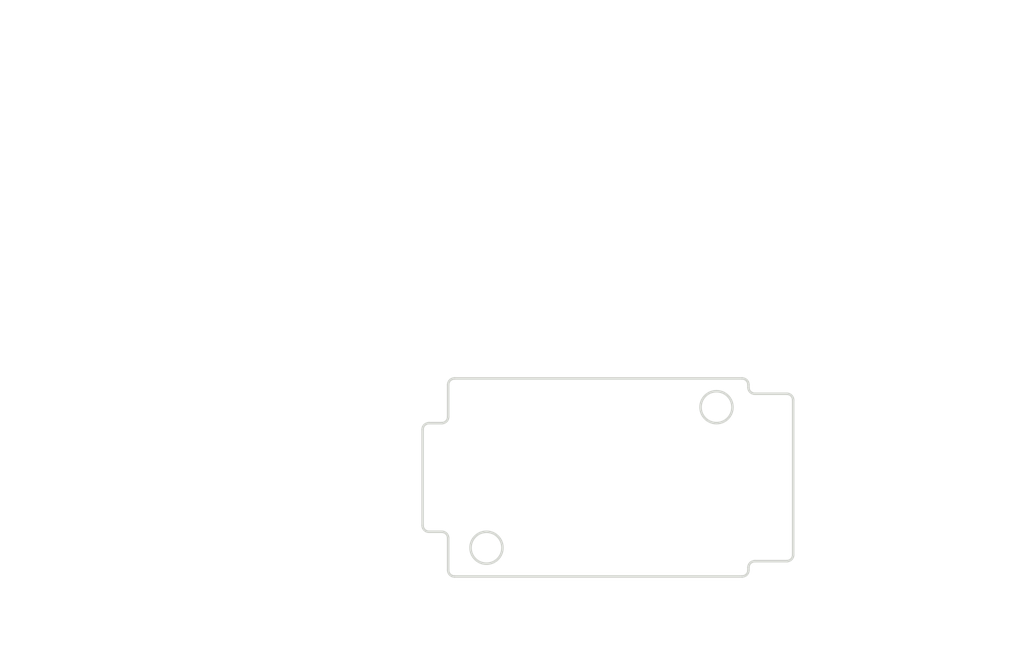
<source format=kicad_pcb>
(kicad_pcb (version 20171130) (host pcbnew "(5.1.0)-1")

  (general
    (thickness 1.6)
    (drawings 88)
    (tracks 0)
    (zones 0)
    (modules 0)
    (nets 1)
  )

  (page A4)
  (layers
    (0 F.Cu signal)
    (31 B.Cu signal)
    (32 B.Adhes user)
    (33 F.Adhes user)
    (34 B.Paste user)
    (35 F.Paste user)
    (36 B.SilkS user)
    (37 F.SilkS user)
    (38 B.Mask user)
    (39 F.Mask user)
    (40 Dwgs.User user)
    (41 Cmts.User user)
    (42 Eco1.User user)
    (43 Eco2.User user)
    (44 Edge.Cuts user)
    (45 Margin user)
    (46 B.CrtYd user)
    (47 F.CrtYd user)
    (48 B.Fab user)
    (49 F.Fab user)
  )

  (setup
    (last_trace_width 0.25)
    (trace_clearance 0.2)
    (zone_clearance 0.508)
    (zone_45_only no)
    (trace_min 0.2)
    (via_size 0.8)
    (via_drill 0.4)
    (via_min_size 0.4)
    (via_min_drill 0.3)
    (uvia_size 0.3)
    (uvia_drill 0.1)
    (uvias_allowed no)
    (uvia_min_size 0.2)
    (uvia_min_drill 0.1)
    (edge_width 0.05)
    (segment_width 0.2)
    (pcb_text_width 0.3)
    (pcb_text_size 1.5 1.5)
    (mod_edge_width 0.12)
    (mod_text_size 1 1)
    (mod_text_width 0.15)
    (pad_size 1.524 1.524)
    (pad_drill 0.762)
    (pad_to_mask_clearance 0.051)
    (solder_mask_min_width 0.25)
    (aux_axis_origin 0 0)
    (visible_elements FFFFFF7F)
    (pcbplotparams
      (layerselection 0x010fc_ffffffff)
      (usegerberextensions false)
      (usegerberattributes false)
      (usegerberadvancedattributes false)
      (creategerberjobfile false)
      (excludeedgelayer true)
      (linewidth 0.152400)
      (plotframeref false)
      (viasonmask false)
      (mode 1)
      (useauxorigin false)
      (hpglpennumber 1)
      (hpglpenspeed 20)
      (hpglpendiameter 15.000000)
      (psnegative false)
      (psa4output false)
      (plotreference true)
      (plotvalue true)
      (plotinvisibletext false)
      (padsonsilk false)
      (subtractmaskfromsilk false)
      (outputformat 1)
      (mirror false)
      (drillshape 1)
      (scaleselection 1)
      (outputdirectory ""))
  )

  (net 0 "")

  (net_class Default "This is the default net class."
    (clearance 0.2)
    (trace_width 0.25)
    (via_dia 0.8)
    (via_drill 0.4)
    (uvia_dia 0.3)
    (uvia_drill 0.1)
  )

  (gr_circle (center 138.942012 103.836606) (end 140.192012 103.836606) (layer Edge.Cuts) (width 0.2))
  (gr_circle (center 156.942012 92.836606) (end 158.192012 92.836606) (layer Edge.Cuts) (width 0.2))
  (gr_line (start 159.442012 91.286606) (end 159.442012 91.086606) (layer Edge.Cuts) (width 0.2))
  (gr_line (start 162.442012 91.786606) (end 159.942012 91.786606) (layer Edge.Cuts) (width 0.2))
  (gr_line (start 159.942012 104.886606) (end 162.442012 104.886606) (layer Edge.Cuts) (width 0.2))
  (gr_line (start 159.442012 105.586606) (end 159.442012 105.386606) (layer Edge.Cuts) (width 0.2))
  (gr_line (start 135.942012 103.086606) (end 135.942012 105.586606) (layer Edge.Cuts) (width 0.2))
  (gr_line (start 134.442012 102.586606) (end 135.442012 102.586606) (layer Edge.Cuts) (width 0.2))
  (gr_line (start 135.442012 94.086606) (end 134.442012 94.086606) (layer Edge.Cuts) (width 0.2))
  (gr_line (start 135.942012 91.086606) (end 135.942012 93.586606) (layer Edge.Cuts) (width 0.2))
  (gr_line (start 162.942012 104.386606) (end 162.942012 92.286606) (layer Edge.Cuts) (width 0.2))
  (gr_line (start 136.442012 106.086606) (end 158.942012 106.086606) (layer Edge.Cuts) (width 0.2))
  (gr_line (start 133.942012 94.586606) (end 133.942012 102.086606) (layer Edge.Cuts) (width 0.2))
  (gr_line (start 158.942012 90.586606) (end 136.442012 90.586606) (layer Edge.Cuts) (width 0.2))
  (gr_arc (start 158.942012 91.086606) (end 159.442012 91.086606) (angle -90) (layer Edge.Cuts) (width 0.2))
  (gr_arc (start 159.942012 91.286606) (end 159.442012 91.286606) (angle -90) (layer Edge.Cuts) (width 0.2))
  (gr_arc (start 162.442012 92.286606) (end 162.942012 92.286606) (angle -90) (layer Edge.Cuts) (width 0.2))
  (gr_arc (start 162.442012 104.386606) (end 162.442012 104.886606) (angle -90) (layer Edge.Cuts) (width 0.2))
  (gr_arc (start 159.942012 105.386606) (end 159.942012 104.886606) (angle -90) (layer Edge.Cuts) (width 0.2))
  (gr_arc (start 158.942012 105.586606) (end 158.942012 106.086606) (angle -90) (layer Edge.Cuts) (width 0.2))
  (gr_arc (start 136.442012 105.586606) (end 135.942012 105.586606) (angle -90) (layer Edge.Cuts) (width 0.2))
  (gr_arc (start 135.442012 103.086606) (end 135.942012 103.086606) (angle -90) (layer Edge.Cuts) (width 0.2))
  (gr_arc (start 134.442012 102.086606) (end 133.942012 102.086606) (angle -90) (layer Edge.Cuts) (width 0.2))
  (gr_arc (start 134.442012 94.586606) (end 134.442012 94.086606) (angle -90) (layer Edge.Cuts) (width 0.2))
  (gr_arc (start 135.442012 93.586606) (end 135.442012 94.086606) (angle -90) (layer Edge.Cuts) (width 0.2))
  (gr_arc (start 136.442012 91.086606) (end 136.442012 90.586606) (angle -90) (layer Edge.Cuts) (width 0.2))
  (gr_text [.20] (at 146.326221 87.098236) (layer Dwgs.User)
    (effects (font (size 1.7 1.53) (thickness 0.2125)))
  )
  (gr_text " 5.00" (at 146.326221 83.540801) (layer Dwgs.User)
    (effects (font (size 1.7 1.53) (thickness 0.2125)))
  )
  (gr_line (start 140.942012 85.208775) (end 142.942012 85.208775) (layer Dwgs.User) (width 0.2))
  (gr_line (start 131.942012 85.208775) (end 129.942012 85.208775) (layer Dwgs.User) (width 0.2))
  (gr_line (start 138.942012 102.836606) (end 138.942012 82.033775) (layer Dwgs.User) (width 0.2))
  (gr_line (start 133.942012 93.586606) (end 133.942012 82.033775) (layer Dwgs.User) (width 0.2))
  (gr_line (start 138.942012 103.926606) (end 138.942012 103.746606) (layer Dwgs.User) (width 0.2))
  (gr_line (start 138.852012 103.836606) (end 139.032012 103.836606) (layer Dwgs.User) (width 0.2))
  (gr_text " ∅2.50\n[∅0.10]" (at 150.547235 110.366097) (layer Dwgs.User)
    (effects (font (size 1.7 1.53) (thickness 0.2125)))
  )
  (gr_line (start 144.010366 110.366097) (end 140.934834 106.403932) (layer Dwgs.User) (width 0.2))
  (gr_line (start 146.010366 110.366097) (end 144.010366 110.366097) (layer Dwgs.User) (width 0.2))
  (gr_text [.09] (at 124.06353 86.193399) (layer Dwgs.User)
    (effects (font (size 1.7 1.53) (thickness 0.2125)))
  )
  (gr_text " 2.25" (at 124.06353 82.635963) (layer Dwgs.User)
    (effects (font (size 1.7 1.53) (thickness 0.2125)))
  )
  (gr_line (start 118.670044 84.303938) (end 120.670044 84.303938) (layer Dwgs.User) (width 0.2))
  (gr_line (start 118.670044 88.586606) (end 118.670044 84.303938) (layer Dwgs.User) (width 0.2))
  (gr_line (start 118.670044 94.836606) (end 118.670044 96.836606) (layer Dwgs.User) (width 0.2))
  (gr_line (start 155.942012 92.836606) (end 115.495044 92.836606) (layer Dwgs.User) (width 0.2))
  (gr_line (start 135.442012 90.586606) (end 115.495044 90.586606) (layer Dwgs.User) (width 0.2))
  (gr_text [.43] (at 110.189352 88.753735) (layer Dwgs.User)
    (effects (font (size 1.7 1.53) (thickness 0.2125)))
  )
  (gr_text " 11.00" (at 110.189352 85.1963) (layer Dwgs.User)
    (effects (font (size 1.7 1.53) (thickness 0.2125)))
  )
  (gr_line (start 104.14474 86.864274) (end 106.14474 86.864274) (layer Dwgs.User) (width 0.2))
  (gr_line (start 104.14474 92.836606) (end 104.14474 86.864274) (layer Dwgs.User) (width 0.2))
  (gr_line (start 104.14474 101.836606) (end 104.14474 94.836606) (layer Dwgs.User) (width 0.2))
  (gr_line (start 137.942012 103.836606) (end 100.96974 103.836606) (layer Dwgs.User) (width 0.2))
  (gr_line (start 155.942012 92.836606) (end 100.96974 92.836606) (layer Dwgs.User) (width 0.2))
  (gr_text [.71] (at 147.942012 78.049859) (layer Dwgs.User)
    (effects (font (size 1.7 1.53) (thickness 0.2125)))
  )
  (gr_text " 18.00" (at 147.942012 74.492424) (layer Dwgs.User)
    (effects (font (size 1.7 1.53) (thickness 0.2125)))
  )
  (gr_line (start 140.942012 76.160398) (end 143.897401 76.160398) (layer Dwgs.User) (width 0.2))
  (gr_line (start 154.942012 76.160398) (end 151.986623 76.160398) (layer Dwgs.User) (width 0.2))
  (gr_line (start 138.942012 102.836606) (end 138.942012 72.985398) (layer Dwgs.User) (width 0.2))
  (gr_line (start 156.942012 91.836606) (end 156.942012 72.985398) (layer Dwgs.User) (width 0.2))
  (gr_text [.33] (at 116.900231 90.003735) (layer Dwgs.User)
    (effects (font (size 1.7 1.53) (thickness 0.2125)))
  )
  (gr_text " 8.50" (at 116.900231 86.4463) (layer Dwgs.User)
    (effects (font (size 1.7 1.53) (thickness 0.2125)))
  )
  (gr_line (start 111.516023 88.114274) (end 113.516023 88.114274) (layer Dwgs.User) (width 0.2))
  (gr_line (start 111.516023 94.086606) (end 111.516023 88.114274) (layer Dwgs.User) (width 0.2))
  (gr_line (start 111.516023 100.586606) (end 111.516023 96.086606) (layer Dwgs.User) (width 0.2))
  (gr_line (start 133.442012 102.586606) (end 108.341023 102.586606) (layer Dwgs.User) (width 0.2))
  (gr_line (start 133.442012 94.086606) (end 108.341023 94.086606) (layer Dwgs.User) (width 0.2))
  (gr_text [.52] (at 168.675769 100.226067) (layer Dwgs.User)
    (effects (font (size 1.7 1.53) (thickness 0.2125)))
  )
  (gr_text " 13.10" (at 168.675769 96.668052) (layer Dwgs.User)
    (effects (font (size 1.7 1.53) (thickness 0.2125)))
  )
  (gr_line (start 168.675769 102.886606) (end 168.675769 101.894621) (layer Dwgs.User) (width 0.2))
  (gr_line (start 168.675769 93.786606) (end 168.675769 94.778591) (layer Dwgs.User) (width 0.2))
  (gr_line (start 163.442012 104.886606) (end 171.850769 104.886606) (layer Dwgs.User) (width 0.2))
  (gr_line (start 163.442012 91.786606) (end 171.850769 91.786606) (layer Dwgs.User) (width 0.2))
  (gr_text [.61] (at 176.996868 100.226067) (layer Dwgs.User)
    (effects (font (size 1.7 1.53) (thickness 0.2125)))
  )
  (gr_text " 15.50" (at 176.996868 96.668632) (layer Dwgs.User)
    (effects (font (size 1.7 1.53) (thickness 0.2125)))
  )
  (gr_line (start 176.996868 104.086606) (end 176.996868 101.894041) (layer Dwgs.User) (width 0.2))
  (gr_line (start 176.996868 92.586606) (end 176.996868 94.779171) (layer Dwgs.User) (width 0.2))
  (gr_line (start 159.942012 106.086606) (end 180.171868 106.086606) (layer Dwgs.User) (width 0.2))
  (gr_line (start 159.942012 90.586606) (end 180.171868 90.586606) (layer Dwgs.User) (width 0.2))
  (gr_text [.93] (at 144.219985 71.715995) (layer Dwgs.User)
    (effects (font (size 1.7 1.53) (thickness 0.2125)))
  )
  (gr_text " 23.50" (at 144.219985 68.15798) (layer Dwgs.User)
    (effects (font (size 1.7 1.53) (thickness 0.2125)))
  )
  (gr_line (start 137.942012 69.826534) (end 140.175374 69.826534) (layer Dwgs.User) (width 0.2))
  (gr_line (start 157.442012 69.826534) (end 148.264596 69.826534) (layer Dwgs.User) (width 0.2))
  (gr_line (start 135.942012 90.086606) (end 135.942012 66.651534) (layer Dwgs.User) (width 0.2))
  (gr_line (start 159.442012 90.086606) (end 159.442012 66.651534) (layer Dwgs.User) (width 0.2))
  (gr_text [1.14] (at 153.513092 66.136163) (layer Dwgs.User)
    (effects (font (size 1.7 1.53) (thickness 0.2125)))
  )
  (gr_text " 29.00" (at 153.513092 62.578727) (layer Dwgs.User)
    (effects (font (size 1.7 1.53) (thickness 0.2125)))
  )
  (gr_line (start 135.942012 64.246702) (end 149.468481 64.246702) (layer Dwgs.User) (width 0.2))
  (gr_line (start 160.942012 64.246702) (end 157.557703 64.246702) (layer Dwgs.User) (width 0.2))
  (gr_line (start 133.942012 93.586606) (end 133.942012 61.071702) (layer Dwgs.User) (width 0.2))
  (gr_line (start 162.942012 91.286606) (end 162.942012 61.071702) (layer Dwgs.User) (width 0.2))

)

</source>
